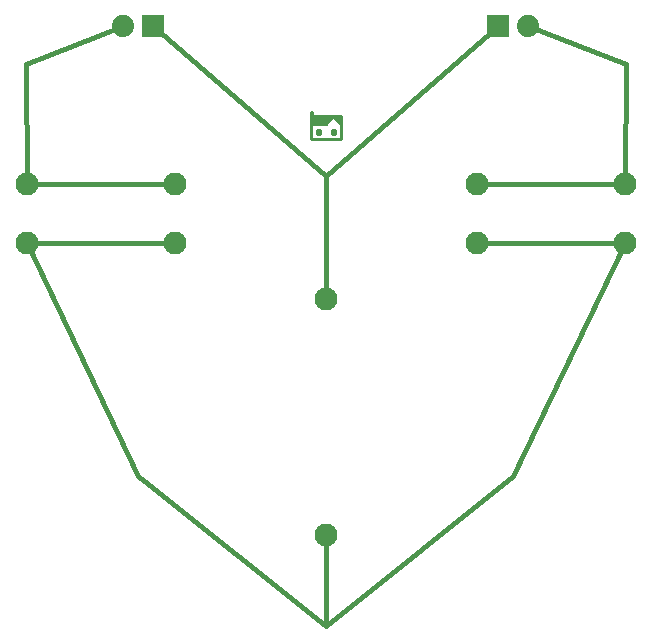
<source format=gbl>
G75*
%MOIN*%
%OFA0B0*%
%FSLAX25Y25*%
%IPPOS*%
%LPD*%
%AMOC8*
5,1,8,0,0,1.08239X$1,22.5*
%
%ADD10C,0.07677*%
%ADD11R,0.07400X0.07400*%
%ADD12C,0.07400*%
%ADD13C,0.01000*%
%ADD14C,0.01600*%
D10*
X0130764Y0044713D03*
X0130764Y0123454D03*
X0181158Y0141957D03*
X0181158Y0161643D03*
X0230370Y0161643D03*
X0230370Y0141957D03*
X0080370Y0141957D03*
X0080370Y0161643D03*
X0031158Y0161643D03*
X0031158Y0141957D03*
D11*
X0073264Y0214300D03*
X0188264Y0214300D03*
D12*
X0198264Y0214300D03*
X0063264Y0214300D03*
D13*
X0125764Y0185800D02*
X0126264Y0185800D01*
X0126264Y0184800D01*
X0125764Y0184300D02*
X0133264Y0184300D01*
X0130764Y0181800D01*
X0125764Y0181800D01*
X0125764Y0184300D01*
X0125764Y0185800D01*
X0126264Y0183800D02*
X0130764Y0183800D01*
X0131764Y0183800D02*
X0130764Y0182800D01*
X0126264Y0182800D01*
X0126264Y0183800D01*
X0125764Y0181800D02*
X0125764Y0176800D01*
X0135764Y0176800D01*
X0135764Y0181800D01*
X0133264Y0184300D01*
X0135764Y0184300D01*
X0135764Y0181800D01*
X0135264Y0183300D02*
X0134764Y0183800D01*
X0135264Y0183800D01*
X0133764Y0179800D02*
X0132764Y0179800D01*
X0132764Y0178300D01*
X0133764Y0178300D01*
X0133764Y0179800D01*
X0128764Y0179800D02*
X0128764Y0178300D01*
X0127764Y0178300D01*
X0127764Y0179800D01*
X0128764Y0179800D01*
D14*
X0031158Y0141957D02*
X0068264Y0064300D01*
X0130764Y0014300D01*
X0193264Y0064300D01*
X0230370Y0141957D01*
X0181158Y0141957D01*
X0181158Y0161643D02*
X0230370Y0161643D01*
X0230764Y0201800D01*
X0198264Y0214300D01*
X0188264Y0214300D02*
X0130764Y0164300D01*
X0130764Y0123454D01*
X0130764Y0164300D02*
X0073264Y0214300D01*
X0063264Y0214300D02*
X0030764Y0201800D01*
X0031158Y0161643D01*
X0080370Y0161643D01*
X0080370Y0141957D02*
X0031158Y0141957D01*
X0130764Y0044713D02*
X0130764Y0014300D01*
M02*

</source>
